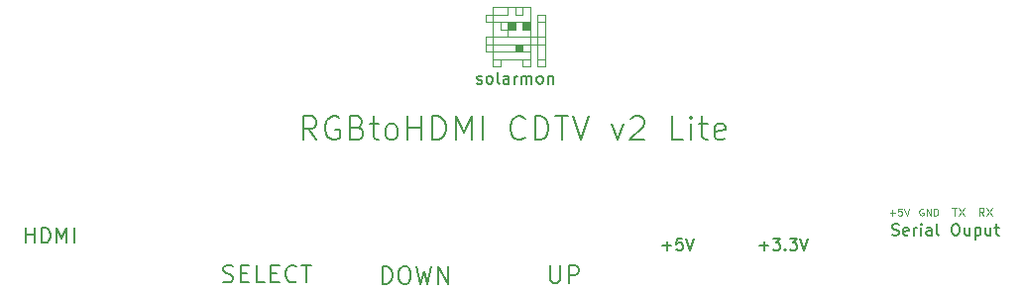
<source format=gbr>
%TF.GenerationSoftware,KiCad,Pcbnew,(5.1.12)-1*%
%TF.CreationDate,2022-02-28T21:35:26+00:00*%
%TF.ProjectId,RGBtoHDMI CDTV v2 - Face Plate - Lite,52474274-6f48-4444-9d49-204344545620,1*%
%TF.SameCoordinates,Original*%
%TF.FileFunction,Legend,Top*%
%TF.FilePolarity,Positive*%
%FSLAX46Y46*%
G04 Gerber Fmt 4.6, Leading zero omitted, Abs format (unit mm)*
G04 Created by KiCad (PCBNEW (5.1.12)-1) date 2022-02-28 21:35:26*
%MOMM*%
%LPD*%
G01*
G04 APERTURE LIST*
%ADD10C,0.100000*%
%ADD11C,0.150000*%
%ADD12C,0.200000*%
G04 APERTURE END LIST*
D10*
X152009571Y-86834657D02*
X152466714Y-86834657D01*
X152238142Y-87063228D02*
X152238142Y-86606085D01*
X153038142Y-86463228D02*
X152752428Y-86463228D01*
X152723857Y-86748942D01*
X152752428Y-86720371D01*
X152809571Y-86691800D01*
X152952428Y-86691800D01*
X153009571Y-86720371D01*
X153038142Y-86748942D01*
X153066714Y-86806085D01*
X153066714Y-86948942D01*
X153038142Y-87006085D01*
X153009571Y-87034657D01*
X152952428Y-87063228D01*
X152809571Y-87063228D01*
X152752428Y-87034657D01*
X152723857Y-87006085D01*
X153238142Y-86463228D02*
X153438142Y-87063228D01*
X153638142Y-86463228D01*
X154863857Y-86491800D02*
X154806714Y-86463228D01*
X154721000Y-86463228D01*
X154635285Y-86491800D01*
X154578142Y-86548942D01*
X154549571Y-86606085D01*
X154521000Y-86720371D01*
X154521000Y-86806085D01*
X154549571Y-86920371D01*
X154578142Y-86977514D01*
X154635285Y-87034657D01*
X154721000Y-87063228D01*
X154778142Y-87063228D01*
X154863857Y-87034657D01*
X154892428Y-87006085D01*
X154892428Y-86806085D01*
X154778142Y-86806085D01*
X155149571Y-87063228D02*
X155149571Y-86463228D01*
X155492428Y-87063228D01*
X155492428Y-86463228D01*
X155778142Y-87063228D02*
X155778142Y-86463228D01*
X155921000Y-86463228D01*
X156006714Y-86491800D01*
X156063857Y-86548942D01*
X156092428Y-86606085D01*
X156121000Y-86720371D01*
X156121000Y-86806085D01*
X156092428Y-86920371D01*
X156063857Y-86977514D01*
X156006714Y-87034657D01*
X155921000Y-87063228D01*
X155778142Y-87063228D01*
X157327666Y-86408466D02*
X157727666Y-86408466D01*
X157527666Y-87108466D02*
X157527666Y-86408466D01*
X157894333Y-86408466D02*
X158361000Y-87108466D01*
X158361000Y-86408466D02*
X157894333Y-87108466D01*
X160030333Y-87108466D02*
X159797000Y-86775133D01*
X159630333Y-87108466D02*
X159630333Y-86408466D01*
X159897000Y-86408466D01*
X159963666Y-86441800D01*
X159997000Y-86475133D01*
X160030333Y-86541800D01*
X160030333Y-86641800D01*
X159997000Y-86708466D01*
X159963666Y-86741800D01*
X159897000Y-86775133D01*
X159630333Y-86775133D01*
X160263666Y-86408466D02*
X160730333Y-87108466D01*
X160730333Y-86408466D02*
X160263666Y-87108466D01*
D11*
X152194190Y-88720561D02*
X152337047Y-88768180D01*
X152575142Y-88768180D01*
X152670380Y-88720561D01*
X152718000Y-88672942D01*
X152765619Y-88577704D01*
X152765619Y-88482466D01*
X152718000Y-88387228D01*
X152670380Y-88339609D01*
X152575142Y-88291990D01*
X152384666Y-88244371D01*
X152289428Y-88196752D01*
X152241809Y-88149133D01*
X152194190Y-88053895D01*
X152194190Y-87958657D01*
X152241809Y-87863419D01*
X152289428Y-87815800D01*
X152384666Y-87768180D01*
X152622761Y-87768180D01*
X152765619Y-87815800D01*
X153575142Y-88720561D02*
X153479904Y-88768180D01*
X153289428Y-88768180D01*
X153194190Y-88720561D01*
X153146571Y-88625323D01*
X153146571Y-88244371D01*
X153194190Y-88149133D01*
X153289428Y-88101514D01*
X153479904Y-88101514D01*
X153575142Y-88149133D01*
X153622761Y-88244371D01*
X153622761Y-88339609D01*
X153146571Y-88434847D01*
X154051333Y-88768180D02*
X154051333Y-88101514D01*
X154051333Y-88291990D02*
X154098952Y-88196752D01*
X154146571Y-88149133D01*
X154241809Y-88101514D01*
X154337047Y-88101514D01*
X154670380Y-88768180D02*
X154670380Y-88101514D01*
X154670380Y-87768180D02*
X154622761Y-87815800D01*
X154670380Y-87863419D01*
X154718000Y-87815800D01*
X154670380Y-87768180D01*
X154670380Y-87863419D01*
X155575142Y-88768180D02*
X155575142Y-88244371D01*
X155527523Y-88149133D01*
X155432285Y-88101514D01*
X155241809Y-88101514D01*
X155146571Y-88149133D01*
X155575142Y-88720561D02*
X155479904Y-88768180D01*
X155241809Y-88768180D01*
X155146571Y-88720561D01*
X155098952Y-88625323D01*
X155098952Y-88530085D01*
X155146571Y-88434847D01*
X155241809Y-88387228D01*
X155479904Y-88387228D01*
X155575142Y-88339609D01*
X156194190Y-88768180D02*
X156098952Y-88720561D01*
X156051333Y-88625323D01*
X156051333Y-87768180D01*
X157527523Y-87768180D02*
X157718000Y-87768180D01*
X157813238Y-87815800D01*
X157908476Y-87911038D01*
X157956095Y-88101514D01*
X157956095Y-88434847D01*
X157908476Y-88625323D01*
X157813238Y-88720561D01*
X157718000Y-88768180D01*
X157527523Y-88768180D01*
X157432285Y-88720561D01*
X157337047Y-88625323D01*
X157289428Y-88434847D01*
X157289428Y-88101514D01*
X157337047Y-87911038D01*
X157432285Y-87815800D01*
X157527523Y-87768180D01*
X158813238Y-88101514D02*
X158813238Y-88768180D01*
X158384666Y-88101514D02*
X158384666Y-88625323D01*
X158432285Y-88720561D01*
X158527523Y-88768180D01*
X158670380Y-88768180D01*
X158765619Y-88720561D01*
X158813238Y-88672942D01*
X159289428Y-88101514D02*
X159289428Y-89101514D01*
X159289428Y-88149133D02*
X159384666Y-88101514D01*
X159575142Y-88101514D01*
X159670380Y-88149133D01*
X159718000Y-88196752D01*
X159765619Y-88291990D01*
X159765619Y-88577704D01*
X159718000Y-88672942D01*
X159670380Y-88720561D01*
X159575142Y-88768180D01*
X159384666Y-88768180D01*
X159289428Y-88720561D01*
X160622761Y-88101514D02*
X160622761Y-88768180D01*
X160194190Y-88101514D02*
X160194190Y-88625323D01*
X160241809Y-88720561D01*
X160337047Y-88768180D01*
X160479904Y-88768180D01*
X160575142Y-88720561D01*
X160622761Y-88672942D01*
X160956095Y-88101514D02*
X161337047Y-88101514D01*
X161098952Y-87768180D02*
X161098952Y-88625323D01*
X161146571Y-88720561D01*
X161241809Y-88768180D01*
X161337047Y-88768180D01*
D12*
X140875000Y-89657228D02*
X141636904Y-89657228D01*
X141255952Y-90038180D02*
X141255952Y-89276276D01*
X142017857Y-89038180D02*
X142636904Y-89038180D01*
X142303571Y-89419133D01*
X142446428Y-89419133D01*
X142541666Y-89466752D01*
X142589285Y-89514371D01*
X142636904Y-89609609D01*
X142636904Y-89847704D01*
X142589285Y-89942942D01*
X142541666Y-89990561D01*
X142446428Y-90038180D01*
X142160714Y-90038180D01*
X142065476Y-89990561D01*
X142017857Y-89942942D01*
X143065476Y-89942942D02*
X143113095Y-89990561D01*
X143065476Y-90038180D01*
X143017857Y-89990561D01*
X143065476Y-89942942D01*
X143065476Y-90038180D01*
X143446428Y-89038180D02*
X144065476Y-89038180D01*
X143732142Y-89419133D01*
X143875000Y-89419133D01*
X143970238Y-89466752D01*
X144017857Y-89514371D01*
X144065476Y-89609609D01*
X144065476Y-89847704D01*
X144017857Y-89942942D01*
X143970238Y-89990561D01*
X143875000Y-90038180D01*
X143589285Y-90038180D01*
X143494047Y-89990561D01*
X143446428Y-89942942D01*
X144351190Y-89038180D02*
X144684523Y-90038180D01*
X145017857Y-89038180D01*
X132572285Y-89657228D02*
X133334190Y-89657228D01*
X132953238Y-90038180D02*
X132953238Y-89276276D01*
X134286571Y-89038180D02*
X133810380Y-89038180D01*
X133762761Y-89514371D01*
X133810380Y-89466752D01*
X133905619Y-89419133D01*
X134143714Y-89419133D01*
X134238952Y-89466752D01*
X134286571Y-89514371D01*
X134334190Y-89609609D01*
X134334190Y-89847704D01*
X134286571Y-89942942D01*
X134238952Y-89990561D01*
X134143714Y-90038180D01*
X133905619Y-90038180D01*
X133810380Y-89990561D01*
X133762761Y-89942942D01*
X134619904Y-89038180D02*
X134953238Y-90038180D01*
X135286571Y-89038180D01*
X103030857Y-80584561D02*
X102364190Y-79632180D01*
X101888000Y-80584561D02*
X101888000Y-78584561D01*
X102649904Y-78584561D01*
X102840380Y-78679800D01*
X102935619Y-78775038D01*
X103030857Y-78965514D01*
X103030857Y-79251228D01*
X102935619Y-79441704D01*
X102840380Y-79536942D01*
X102649904Y-79632180D01*
X101888000Y-79632180D01*
X104935619Y-78679800D02*
X104745142Y-78584561D01*
X104459428Y-78584561D01*
X104173714Y-78679800D01*
X103983238Y-78870276D01*
X103888000Y-79060752D01*
X103792761Y-79441704D01*
X103792761Y-79727419D01*
X103888000Y-80108371D01*
X103983238Y-80298847D01*
X104173714Y-80489323D01*
X104459428Y-80584561D01*
X104649904Y-80584561D01*
X104935619Y-80489323D01*
X105030857Y-80394085D01*
X105030857Y-79727419D01*
X104649904Y-79727419D01*
X106554666Y-79536942D02*
X106840380Y-79632180D01*
X106935619Y-79727419D01*
X107030857Y-79917895D01*
X107030857Y-80203609D01*
X106935619Y-80394085D01*
X106840380Y-80489323D01*
X106649904Y-80584561D01*
X105888000Y-80584561D01*
X105888000Y-78584561D01*
X106554666Y-78584561D01*
X106745142Y-78679800D01*
X106840380Y-78775038D01*
X106935619Y-78965514D01*
X106935619Y-79155990D01*
X106840380Y-79346466D01*
X106745142Y-79441704D01*
X106554666Y-79536942D01*
X105888000Y-79536942D01*
X107602285Y-79251228D02*
X108364190Y-79251228D01*
X107888000Y-78584561D02*
X107888000Y-80298847D01*
X107983238Y-80489323D01*
X108173714Y-80584561D01*
X108364190Y-80584561D01*
X109316571Y-80584561D02*
X109126095Y-80489323D01*
X109030857Y-80394085D01*
X108935619Y-80203609D01*
X108935619Y-79632180D01*
X109030857Y-79441704D01*
X109126095Y-79346466D01*
X109316571Y-79251228D01*
X109602285Y-79251228D01*
X109792761Y-79346466D01*
X109888000Y-79441704D01*
X109983238Y-79632180D01*
X109983238Y-80203609D01*
X109888000Y-80394085D01*
X109792761Y-80489323D01*
X109602285Y-80584561D01*
X109316571Y-80584561D01*
X110840380Y-80584561D02*
X110840380Y-78584561D01*
X110840380Y-79536942D02*
X111983238Y-79536942D01*
X111983238Y-80584561D02*
X111983238Y-78584561D01*
X112935619Y-80584561D02*
X112935619Y-78584561D01*
X113411809Y-78584561D01*
X113697523Y-78679800D01*
X113888000Y-78870276D01*
X113983238Y-79060752D01*
X114078476Y-79441704D01*
X114078476Y-79727419D01*
X113983238Y-80108371D01*
X113888000Y-80298847D01*
X113697523Y-80489323D01*
X113411809Y-80584561D01*
X112935619Y-80584561D01*
X114935619Y-80584561D02*
X114935619Y-78584561D01*
X115602285Y-80013133D01*
X116268952Y-78584561D01*
X116268952Y-80584561D01*
X117221333Y-80584561D02*
X117221333Y-78584561D01*
X120840380Y-80394085D02*
X120745142Y-80489323D01*
X120459428Y-80584561D01*
X120268952Y-80584561D01*
X119983238Y-80489323D01*
X119792761Y-80298847D01*
X119697523Y-80108371D01*
X119602285Y-79727419D01*
X119602285Y-79441704D01*
X119697523Y-79060752D01*
X119792761Y-78870276D01*
X119983238Y-78679800D01*
X120268952Y-78584561D01*
X120459428Y-78584561D01*
X120745142Y-78679800D01*
X120840380Y-78775038D01*
X121697523Y-80584561D02*
X121697523Y-78584561D01*
X122173714Y-78584561D01*
X122459428Y-78679800D01*
X122649904Y-78870276D01*
X122745142Y-79060752D01*
X122840380Y-79441704D01*
X122840380Y-79727419D01*
X122745142Y-80108371D01*
X122649904Y-80298847D01*
X122459428Y-80489323D01*
X122173714Y-80584561D01*
X121697523Y-80584561D01*
X123411809Y-78584561D02*
X124554666Y-78584561D01*
X123983238Y-80584561D02*
X123983238Y-78584561D01*
X124935619Y-78584561D02*
X125602285Y-80584561D01*
X126268952Y-78584561D01*
X128268952Y-79251228D02*
X128745142Y-80584561D01*
X129221333Y-79251228D01*
X129887999Y-78775038D02*
X129983238Y-78679800D01*
X130173714Y-78584561D01*
X130649904Y-78584561D01*
X130840380Y-78679800D01*
X130935619Y-78775038D01*
X131030857Y-78965514D01*
X131030857Y-79155990D01*
X130935619Y-79441704D01*
X129792761Y-80584561D01*
X131030857Y-80584561D01*
X134364190Y-80584561D02*
X133411809Y-80584561D01*
X133411809Y-78584561D01*
X135030857Y-80584561D02*
X135030857Y-79251228D01*
X135030857Y-78584561D02*
X134935619Y-78679800D01*
X135030857Y-78775038D01*
X135126095Y-78679800D01*
X135030857Y-78584561D01*
X135030857Y-78775038D01*
X135697523Y-79251228D02*
X136459428Y-79251228D01*
X135983238Y-78584561D02*
X135983238Y-80298847D01*
X136078476Y-80489323D01*
X136268952Y-80584561D01*
X136459428Y-80584561D01*
X137888000Y-80489323D02*
X137697523Y-80584561D01*
X137316571Y-80584561D01*
X137126095Y-80489323D01*
X137030857Y-80298847D01*
X137030857Y-79536942D01*
X137126095Y-79346466D01*
X137316571Y-79251228D01*
X137697523Y-79251228D01*
X137888000Y-79346466D01*
X137983238Y-79536942D01*
X137983238Y-79727419D01*
X137030857Y-79917895D01*
X78190190Y-89411895D02*
X78190190Y-88111895D01*
X78190190Y-88730942D02*
X78933047Y-88730942D01*
X78933047Y-89411895D02*
X78933047Y-88111895D01*
X79552095Y-89411895D02*
X79552095Y-88111895D01*
X79861619Y-88111895D01*
X80047333Y-88173800D01*
X80171142Y-88297609D01*
X80233047Y-88421419D01*
X80294952Y-88669038D01*
X80294952Y-88854752D01*
X80233047Y-89102371D01*
X80171142Y-89226180D01*
X80047333Y-89349990D01*
X79861619Y-89411895D01*
X79552095Y-89411895D01*
X80852095Y-89411895D02*
X80852095Y-88111895D01*
X81285428Y-89040466D01*
X81718761Y-88111895D01*
X81718761Y-89411895D01*
X82337809Y-89411895D02*
X82337809Y-88111895D01*
D10*
%TO.C,solarmon*%
X117475000Y-69900800D02*
X119380000Y-69900800D01*
X118110000Y-69265800D02*
X118110000Y-74345800D01*
X121285000Y-70535800D02*
X117475000Y-70535800D01*
X117475000Y-70535800D02*
X117475000Y-69900800D01*
X118110000Y-69265800D02*
X121285000Y-69265800D01*
X119380000Y-69265800D02*
X119380000Y-69900800D01*
X120015000Y-69265800D02*
X120015000Y-69900800D01*
X120015000Y-69900800D02*
X120650000Y-69900800D01*
X120650000Y-69265800D02*
X120650000Y-69900800D01*
X121285000Y-69265800D02*
X121285000Y-74345800D01*
X118745000Y-70535800D02*
X118745000Y-71170800D01*
X118745000Y-71170800D02*
X120015000Y-71170800D01*
X119380000Y-70535800D02*
X119380000Y-71805800D01*
X120015000Y-70535800D02*
X120015000Y-71170800D01*
X120650000Y-70535800D02*
X120650000Y-71170800D01*
X117475000Y-71805800D02*
X122555000Y-71805800D01*
X117475000Y-73075800D02*
X117475000Y-71805800D01*
X117475000Y-72440800D02*
X122555000Y-72440800D01*
X117475000Y-73075800D02*
X121285000Y-73075800D01*
X118110000Y-73710800D02*
X121285000Y-73710800D01*
X118745000Y-73710800D02*
X118745000Y-74345800D01*
X120650000Y-73710800D02*
X120650000Y-74345800D01*
X118110000Y-74345800D02*
X118745000Y-74345800D01*
X120650000Y-74345800D02*
X121285000Y-74345800D01*
X121920000Y-74345800D02*
X122555000Y-74345800D01*
X121920000Y-69900800D02*
X121920000Y-74345800D01*
X122555000Y-69900800D02*
X122555000Y-74345800D01*
X121920000Y-69900800D02*
X122555000Y-69900800D01*
X121920000Y-70535800D02*
X122555000Y-70535800D01*
X121920000Y-73710800D02*
X122555000Y-73710800D01*
X120015000Y-72440800D02*
X120015000Y-73075800D01*
X120650000Y-72440800D02*
X120650000Y-73075800D01*
G36*
X120015000Y-71170800D02*
G01*
X119380000Y-71170800D01*
X119380000Y-70535800D01*
X120015000Y-70535800D01*
X120015000Y-71170800D01*
G37*
X120015000Y-71170800D02*
X119380000Y-71170800D01*
X119380000Y-70535800D01*
X120015000Y-70535800D01*
X120015000Y-71170800D01*
G36*
X121285000Y-71170800D02*
G01*
X120650000Y-71170800D01*
X120650000Y-70535800D01*
X121285000Y-70535800D01*
X121285000Y-71170800D01*
G37*
X121285000Y-71170800D02*
X120650000Y-71170800D01*
X120650000Y-70535800D01*
X121285000Y-70535800D01*
X121285000Y-71170800D01*
G36*
X120650000Y-73075800D02*
G01*
X120015000Y-73075800D01*
X120015000Y-72440800D01*
X120650000Y-72440800D01*
X120650000Y-73075800D01*
G37*
X120650000Y-73075800D02*
X120015000Y-73075800D01*
X120015000Y-72440800D01*
X120650000Y-72440800D01*
X120650000Y-73075800D01*
X120650000Y-71170800D02*
X121285000Y-71170800D01*
D11*
X116753095Y-75753861D02*
X116848333Y-75801480D01*
X117038809Y-75801480D01*
X117134047Y-75753861D01*
X117181666Y-75658623D01*
X117181666Y-75611004D01*
X117134047Y-75515766D01*
X117038809Y-75468147D01*
X116895952Y-75468147D01*
X116800714Y-75420528D01*
X116753095Y-75325290D01*
X116753095Y-75277671D01*
X116800714Y-75182433D01*
X116895952Y-75134814D01*
X117038809Y-75134814D01*
X117134047Y-75182433D01*
X117753095Y-75801480D02*
X117657857Y-75753861D01*
X117610238Y-75706242D01*
X117562619Y-75611004D01*
X117562619Y-75325290D01*
X117610238Y-75230052D01*
X117657857Y-75182433D01*
X117753095Y-75134814D01*
X117895952Y-75134814D01*
X117991190Y-75182433D01*
X118038809Y-75230052D01*
X118086428Y-75325290D01*
X118086428Y-75611004D01*
X118038809Y-75706242D01*
X117991190Y-75753861D01*
X117895952Y-75801480D01*
X117753095Y-75801480D01*
X118657857Y-75801480D02*
X118562619Y-75753861D01*
X118515000Y-75658623D01*
X118515000Y-74801480D01*
X119467380Y-75801480D02*
X119467380Y-75277671D01*
X119419761Y-75182433D01*
X119324523Y-75134814D01*
X119134047Y-75134814D01*
X119038809Y-75182433D01*
X119467380Y-75753861D02*
X119372142Y-75801480D01*
X119134047Y-75801480D01*
X119038809Y-75753861D01*
X118991190Y-75658623D01*
X118991190Y-75563385D01*
X119038809Y-75468147D01*
X119134047Y-75420528D01*
X119372142Y-75420528D01*
X119467380Y-75372909D01*
X119943571Y-75801480D02*
X119943571Y-75134814D01*
X119943571Y-75325290D02*
X119991190Y-75230052D01*
X120038809Y-75182433D01*
X120134047Y-75134814D01*
X120229285Y-75134814D01*
X120562619Y-75801480D02*
X120562619Y-75134814D01*
X120562619Y-75230052D02*
X120610238Y-75182433D01*
X120705476Y-75134814D01*
X120848333Y-75134814D01*
X120943571Y-75182433D01*
X120991190Y-75277671D01*
X120991190Y-75801480D01*
X120991190Y-75277671D02*
X121038809Y-75182433D01*
X121134047Y-75134814D01*
X121276904Y-75134814D01*
X121372142Y-75182433D01*
X121419761Y-75277671D01*
X121419761Y-75801480D01*
X122038809Y-75801480D02*
X121943571Y-75753861D01*
X121895952Y-75706242D01*
X121848333Y-75611004D01*
X121848333Y-75325290D01*
X121895952Y-75230052D01*
X121943571Y-75182433D01*
X122038809Y-75134814D01*
X122181666Y-75134814D01*
X122276904Y-75182433D01*
X122324523Y-75230052D01*
X122372142Y-75325290D01*
X122372142Y-75611004D01*
X122324523Y-75706242D01*
X122276904Y-75753861D01*
X122181666Y-75801480D01*
X122038809Y-75801480D01*
X122800714Y-75134814D02*
X122800714Y-75801480D01*
X122800714Y-75230052D02*
X122848333Y-75182433D01*
X122943571Y-75134814D01*
X123086428Y-75134814D01*
X123181666Y-75182433D01*
X123229285Y-75277671D01*
X123229285Y-75801480D01*
%TO.C,UP*%
D12*
X122995428Y-91355171D02*
X122995428Y-92569457D01*
X123066857Y-92712314D01*
X123138285Y-92783742D01*
X123281142Y-92855171D01*
X123566857Y-92855171D01*
X123709714Y-92783742D01*
X123781142Y-92712314D01*
X123852571Y-92569457D01*
X123852571Y-91355171D01*
X124566857Y-92855171D02*
X124566857Y-91355171D01*
X125138285Y-91355171D01*
X125281142Y-91426600D01*
X125352571Y-91498028D01*
X125424000Y-91640885D01*
X125424000Y-91855171D01*
X125352571Y-91998028D01*
X125281142Y-92069457D01*
X125138285Y-92140885D01*
X124566857Y-92140885D01*
%TO.C,DOWN*%
X108652571Y-92918671D02*
X108652571Y-91418671D01*
X109009714Y-91418671D01*
X109224000Y-91490100D01*
X109366857Y-91632957D01*
X109438285Y-91775814D01*
X109509714Y-92061528D01*
X109509714Y-92275814D01*
X109438285Y-92561528D01*
X109366857Y-92704385D01*
X109224000Y-92847242D01*
X109009714Y-92918671D01*
X108652571Y-92918671D01*
X110438285Y-91418671D02*
X110724000Y-91418671D01*
X110866857Y-91490100D01*
X111009714Y-91632957D01*
X111081142Y-91918671D01*
X111081142Y-92418671D01*
X111009714Y-92704385D01*
X110866857Y-92847242D01*
X110724000Y-92918671D01*
X110438285Y-92918671D01*
X110295428Y-92847242D01*
X110152571Y-92704385D01*
X110081142Y-92418671D01*
X110081142Y-91918671D01*
X110152571Y-91632957D01*
X110295428Y-91490100D01*
X110438285Y-91418671D01*
X111581142Y-91418671D02*
X111938285Y-92918671D01*
X112224000Y-91847242D01*
X112509714Y-92918671D01*
X112866857Y-91418671D01*
X113438285Y-92918671D02*
X113438285Y-91418671D01*
X114295428Y-92918671D01*
X114295428Y-91418671D01*
%TO.C,SELECT*%
X95059714Y-92732942D02*
X95274000Y-92804371D01*
X95631142Y-92804371D01*
X95774000Y-92732942D01*
X95845428Y-92661514D01*
X95916857Y-92518657D01*
X95916857Y-92375800D01*
X95845428Y-92232942D01*
X95774000Y-92161514D01*
X95631142Y-92090085D01*
X95345428Y-92018657D01*
X95202571Y-91947228D01*
X95131142Y-91875800D01*
X95059714Y-91732942D01*
X95059714Y-91590085D01*
X95131142Y-91447228D01*
X95202571Y-91375800D01*
X95345428Y-91304371D01*
X95702571Y-91304371D01*
X95916857Y-91375800D01*
X96559714Y-92018657D02*
X97059714Y-92018657D01*
X97274000Y-92804371D02*
X96559714Y-92804371D01*
X96559714Y-91304371D01*
X97274000Y-91304371D01*
X98631142Y-92804371D02*
X97916857Y-92804371D01*
X97916857Y-91304371D01*
X99131142Y-92018657D02*
X99631142Y-92018657D01*
X99845428Y-92804371D02*
X99131142Y-92804371D01*
X99131142Y-91304371D01*
X99845428Y-91304371D01*
X101345428Y-92661514D02*
X101274000Y-92732942D01*
X101059714Y-92804371D01*
X100916857Y-92804371D01*
X100702571Y-92732942D01*
X100559714Y-92590085D01*
X100488285Y-92447228D01*
X100416857Y-92161514D01*
X100416857Y-91947228D01*
X100488285Y-91661514D01*
X100559714Y-91518657D01*
X100702571Y-91375800D01*
X100916857Y-91304371D01*
X101059714Y-91304371D01*
X101274000Y-91375800D01*
X101345428Y-91447228D01*
X101774000Y-91304371D02*
X102631142Y-91304371D01*
X102202571Y-92804371D02*
X102202571Y-91304371D01*
%TD*%
M02*

</source>
